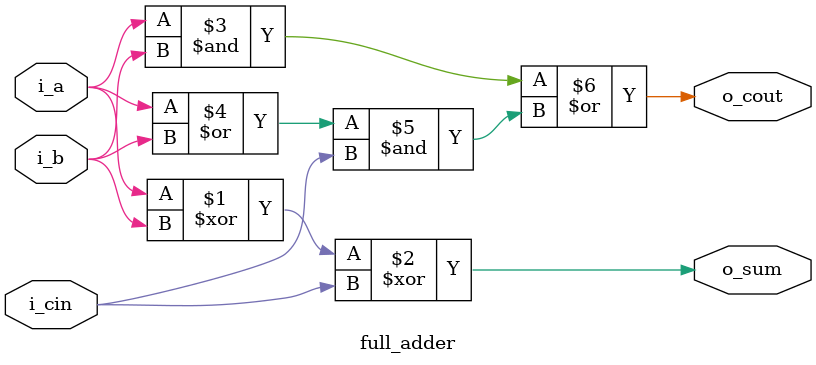
<source format=sv>
module full_adder
(
	input i_a,
	input i_b,
	input i_cin,

	output o_sum,
	output o_cout
);
	assign o_sum = i_a ^ i_b ^ i_cin;
	assign o_cout = (i_a & i_b) | ((i_a | i_b) & i_cin);

endmodule
</source>
